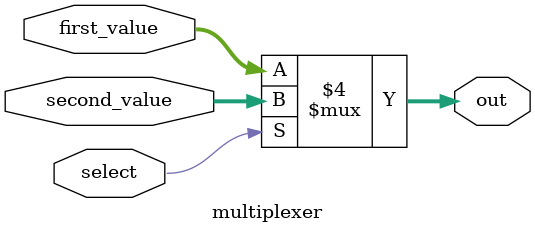
<source format=v>
module multiplexer(first_value, second_value, select, out);
/*
0 -> first_value
1 -> second_value
*/
parameter SIZE = 32;
input[SIZE - 1 : 0] first_value;
input[SIZE - 1 : 0] second_value;
input select;
output reg[SIZE - 1 : 0] out;

always @* begin
    if(select == 0)
        out = first_value;
    else
        out = second_value;
end

endmodule
</source>
